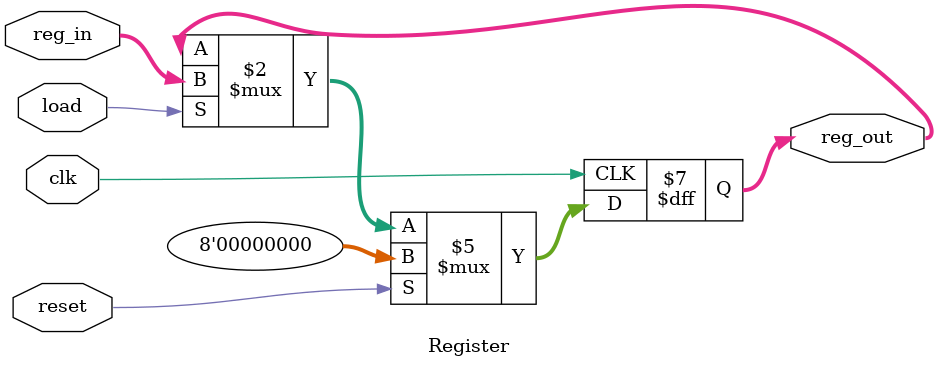
<source format=v>
`timescale 1ns / 1ps


module Register (
    input wire clk,            // clock
    input wire reset,          // synchronous reset, active high
    input wire load,           // load enable
    input wire [7:0] reg_in,   // input data
    output reg [7:0] reg_out   // output data (register content)
);

always @(posedge clk) begin
    if (reset) begin
        reg_out <= 8'b0;        // reset to 0
    end else if (load) begin
        reg_out <= reg_in;      // load input
    end
    // else gi? nguyên giá tr?, không c?n vi?t gì thêm
end

endmodule


</source>
